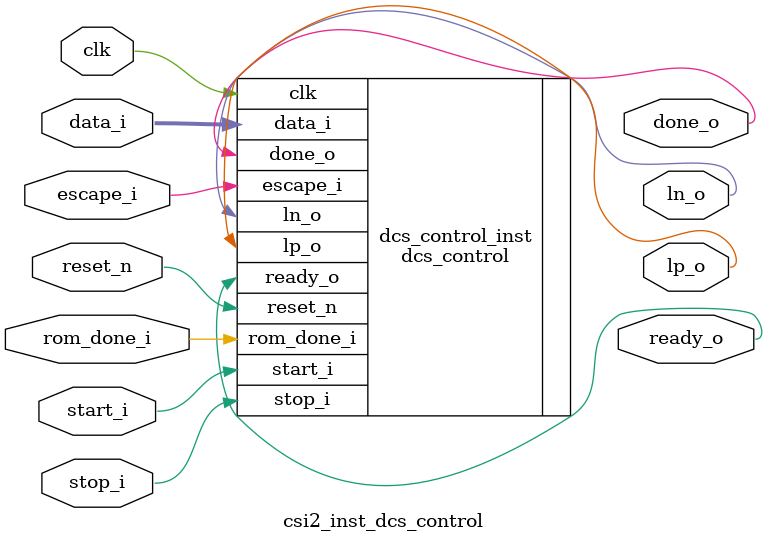
<source format=v>
	
module csi2_inst_dcs_control (
  input wire       clk,
  input	wire       reset_n,
  input	wire       start_i,    // Inititate an 8-bit data transfer
  input	wire       escape_i,   // Initiate a LP11,LP10,LP00,LP01,LP00 transmission
  input	wire       stop_i,
  input wire [7:0] data_i,
  input	wire       rom_done_i,
  output wire      ready_o,
  output wire      done_o,
  output wire      lp_o,
  output wire      ln_o
);

dcs_control dcs_control_inst(
  .clk          (clk),
  .reset_n      (reset_n),
  .start_i      (start_i),
  .escape_i     (escape_i),
  .stop_i       (stop_i),
  .data_i       (data_i),
  .rom_done_i   (rom_done_i),
  .ready_o      (ready_o),
  .done_o       (done_o),
  .lp_o         (lp_o),
  .ln_o         (ln_o)
);

endmodule		


</source>
